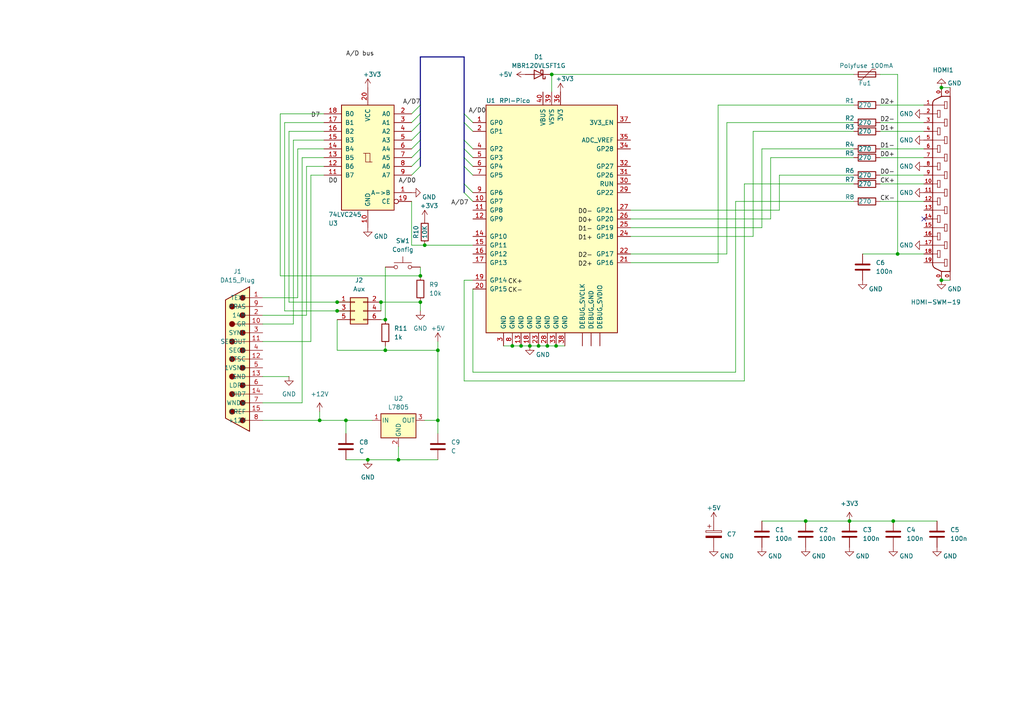
<source format=kicad_sch>
(kicad_sch (version 20231120) (generator "eeschema") (generator_version "8.0")
  (paper "A4")
  (title_block (title "A2DVI.v2.0"))
  (lib_symbols
    (symbol "74xx:74LS245" (pin_names (offset 1.016))
      (property "Reference" "U" (at -7.62 16.51 0))
      (property "Value" "74LS245" (at -7.62 -16.51 0))
      (symbol "74LS245_1_0"
        (polyline (pts (xy -0.635 -1.27) (xy -0.635 1.27) (xy 0.635 1.27)))
        (polyline (pts (xy -1.27 -1.27) (xy 0.635 -1.27) (xy 0.635 1.27) (xy 1.27 1.27)))
        (pin input line (at -12.7 -10.16 0) (length 5.08) (name "A->B") (number "1"))
        (pin power_in line (at 0 -20.32 90) (length 5.08) (name "GND") (number "10"))
        (pin tri_state line (at 12.7 -5.08 180) (length 5.08) (name "B7") (number "11"))
        (pin tri_state line (at 12.7 -2.54 180) (length 5.08) (name "B6") (number "12"))
        (pin tri_state line (at 12.7 0 180) (length 5.08) (name "B5") (number "13"))
        (pin tri_state line (at 12.7 2.54 180) (length 5.08) (name "B4") (number "14"))
        (pin tri_state line (at 12.7 5.08 180) (length 5.08) (name "B3") (number "15"))
        (pin tri_state line (at 12.7 7.62 180) (length 5.08) (name "B2") (number "16"))
        (pin tri_state line (at 12.7 10.16 180) (length 5.08) (name "B1") (number "17"))
        (pin tri_state line (at 12.7 12.7 180) (length 5.08) (name "B0") (number "18"))
        (pin input inverted (at -12.7 -12.7 0) (length 5.08) (name "CE") (number "19"))
        (pin tri_state line (at -12.7 12.7 0) (length 5.08) (name "A0") (number "2"))
        (pin power_in line (at 0 20.32 270) (length 5.08) (name "VCC") (number "20"))
        (pin tri_state line (at -12.7 10.16 0) (length 5.08) (name "A1") (number "3"))
        (pin tri_state line (at -12.7 7.62 0) (length 5.08) (name "A2") (number "4"))
        (pin tri_state line (at -12.7 5.08 0) (length 5.08) (name "A3") (number "5"))
        (pin tri_state line (at -12.7 2.54 0) (length 5.08) (name "A4") (number "6"))
        (pin tri_state line (at -12.7 0 0) (length 5.08) (name "A5") (number "7"))
        (pin tri_state line (at -12.7 -2.54 0) (length 5.08) (name "A6") (number "8"))
        (pin tri_state line (at -12.7 -5.08 0) (length 5.08) (name "A7") (number "9"))
      )
      (symbol "74LS245_1_1"
        (rectangle (start -7.62 15.24) (end 7.62 -15.24) (stroke (width 0.254)) (fill (type background)))
      )
    )
    (symbol "Connector:DA15_Plug" (pin_names (offset 1.016))
      (property "Reference" "J1" (at -0.3175 -25.4 0))
      (property "Value" "DA15_Plug" (at -0.3175 -22.86 0))
      (symbol "DA15_Plug_0_1"
        (circle (center -1.778 -17.78) (radius 0.762) (fill (type outline)))
        (circle (center -1.778 -12.7) (radius 0.762) (fill (type outline)))
        (circle (center -1.778 -7.62) (radius 0.762) (fill (type outline)))
        (circle (center -1.778 -2.54) (radius 0.762) (fill (type outline)))
        (circle (center -1.778 2.54) (radius 0.762) (fill (type outline)))
        (circle (center -1.778 7.62) (radius 0.762) (fill (type outline)))
        (circle (center -1.778 12.7) (radius 0.762) (fill (type outline)))
        (circle (center -1.778 17.78) (radius 0.762) (fill (type outline)))
        (polyline (pts (xy -3.81 -17.78) (xy -2.54 -17.78)))
        (polyline (pts (xy -3.81 -15.24) (xy 0.508 -15.24)))
        (polyline (pts (xy -3.81 -12.7) (xy -2.54 -12.7)))
        (polyline (pts (xy -3.81 -10.16) (xy 0.508 -10.16)))
        (polyline (pts (xy -3.81 -7.62) (xy -2.54 -7.62)))
        (polyline (pts (xy -3.81 -5.08) (xy 0.508 -5.08)))
        (polyline (pts (xy -3.81 -2.54) (xy -2.54 -2.54)))
        (polyline (pts (xy -3.81 0) (xy 0.508 0)))
        (polyline (pts (xy -3.81 2.54) (xy -2.54 2.54)))
        (polyline (pts (xy -3.81 5.08) (xy 0.508 5.08)))
        (polyline (pts (xy -3.81 7.62) (xy -2.54 7.62)))
        (polyline (pts (xy -3.81 10.16) (xy 0.508 10.16)))
        (polyline (pts (xy -3.81 12.7) (xy -2.54 12.7)))
        (polyline (pts (xy -3.81 15.24) (xy 0.508 15.24)))
        (polyline (pts (xy -3.81 17.78) (xy -2.54 17.78)))
        (polyline (pts (xy -3.81 -20.955) (xy 3.175 -17.145) (xy 3.175 17.145) (xy -3.81 20.955) (xy -3.81 -20.955)) (stroke (width 0.254)) (fill (type background)))
        (circle (center 1.27 -15.24) (radius 0.762) (fill (type outline)))
        (circle (center 1.27 -10.16) (radius 0.762) (fill (type outline)))
        (circle (center 1.27 -5.08) (radius 0.762) (fill (type outline)))
        (circle (center 1.27 0) (radius 0.762) (fill (type outline)))
        (circle (center 1.27 5.08) (radius 0.762) (fill (type outline)))
        (circle (center 1.27 10.16) (radius 0.762) (fill (type outline)))
        (circle (center 1.27 15.24) (radius 0.762) (fill (type outline)))
      )
      (symbol "DA15_Plug_1_1"
        (pin passive line (at -7.62 -17.78 0) (length 3.81) (name "TEXT") (number "1"))
        (pin passive line (at -7.62 -10.16 0) (length 3.81) (name "GR") (number "10"))
        (pin passive line (at -7.62 -5.08 0) (length 3.81) (name "SEROUT") (number "11"))
        (pin passive line (at -7.62 0 0) (length 3.81) (name "NTSC") (number "12"))
        (pin passive line (at -7.62 5.08 0) (length 3.81) (name "GND") (number "13"))
        (pin passive line (at -7.62 10.16 0) (length 3.81) (name "VID7") (number "14"))
        (pin passive line (at -7.62 15.24 0) (length 3.81) (name "CREF") (number "15"))
        (pin passive line (at -7.62 -12.7 0) (length 3.81) (name "14M") (number "2"))
        (pin passive line (at -7.62 -7.62 0) (length 3.81) (name "SYNC") (number "3"))
        (pin passive line (at -7.62 -2.54 0) (length 3.81) (name "SEGB") (number "4"))
        (pin passive line (at -7.62 2.54 0) (length 3.81) (name "1VSND") (number "5"))
        (pin passive line (at -7.62 7.62 0) (length 3.81) (name "LDPS") (number "6"))
        (pin passive line (at -7.62 12.7 0) (length 3.81) (name "WNDW") (number "7"))
        (pin passive line (at -7.62 17.78 0) (length 3.81) (name "+12V") (number "8"))
        (pin passive line (at -7.62 -15.24 0) (length 3.81) (name "PRAS") (number "9"))
      )
    )
    (symbol "Connector_Generic:Conn_02x03_Odd_Even" (pin_names (offset 1.016) hide)
      (property "Reference" "J" (at 1.27 5.08 0))
      (property "Value" "Conn_02x03_Odd_Even" (at 1.27 -5.08 0))
      (symbol "Conn_02x03_Odd_Even_1_1"
        (rectangle (start -1.27 -2.413) (end 0 -2.667) (stroke (width 0.1524)))
        (rectangle (start -1.27 0.127) (end 0 -0.127) (stroke (width 0.1524)))
        (rectangle (start -1.27 2.667) (end 0 2.413) (stroke (width 0.1524)))
        (rectangle (start -1.27 3.81) (end 3.81 -3.81) (stroke (width 0.254)) (fill (type background)))
        (rectangle (start 3.81 -2.413) (end 2.54 -2.667) (stroke (width 0.1524)))
        (rectangle (start 3.81 0.127) (end 2.54 -0.127) (stroke (width 0.1524)))
        (rectangle (start 3.81 2.667) (end 2.54 2.413) (stroke (width 0.1524)))
        (pin passive line (at -5.08 2.54 0) (length 3.81) (name "Pin_1") (number "1"))
        (pin passive line (at 7.62 2.54 180) (length 3.81) (name "Pin_2") (number "2"))
        (pin passive line (at -5.08 0 0) (length 3.81) (name "Pin_3") (number "3"))
        (pin passive line (at 7.62 0 180) (length 3.81) (name "Pin_4") (number "4"))
        (pin passive line (at -5.08 -2.54 0) (length 3.81) (name "Pin_5") (number "5"))
        (pin passive line (at 7.62 -2.54 180) (length 3.81) (name "Pin_6") (number "6"))
      )
    )
    (symbol "Device:C" (pin_numbers hide) (pin_names (offset 0.254))
      (property "Reference" "C" (at 0.635 2.54 0))
      (property "Value" "C" (at 0.635 -2.54 0))
      (symbol "C_0_1"
        (polyline (pts (xy -2.032 -0.762) (xy 2.032 -0.762)) (stroke (width 0.508)))
        (polyline (pts (xy -2.032 0.762) (xy 2.032 0.762)) (stroke (width 0.508)))
      )
      (symbol "C_1_1"
        (pin passive line (at 0 3.81 270) (length 2.794) (name "~") (number "1"))
        (pin passive line (at 0 -3.81 90) (length 2.794) (name "~") (number "2"))
      )
    )
    (symbol "Device:C_Polarized" (pin_numbers hide) (pin_names (offset 0.254))
      (property "Reference" "C" (at 0.635 2.54 0))
      (property "Value" "C_Polarized" (at 0.635 -2.54 0))
      (symbol "C_Polarized_0_1"
        (rectangle (start -2.286 0.508) (end 2.286 1.016))
        (polyline (pts (xy -1.778 2.286) (xy -0.762 2.286)))
        (polyline (pts (xy -1.27 2.794) (xy -1.27 1.778)))
        (rectangle (start 2.286 -0.508) (end -2.286 -1.016) (fill (type outline)))
      )
      (symbol "C_Polarized_1_1"
        (pin passive line (at 0 3.81 270) (length 2.794) (name "~") (number "1"))
        (pin passive line (at 0 -3.81 90) (length 2.794) (name "~") (number "2"))
      )
    )
    (symbol "Device:Polyfuse" (pin_numbers hide) (pin_names (offset 0))
      (property "Reference" "F" (at -2.54 0 90))
      (property "Value" "Polyfuse" (at 2.54 0 90))
      (symbol "Polyfuse_0_1"
        (rectangle (start -0.762 2.54) (end 0.762 -2.54) (stroke (width 0.254)))
        (polyline (pts (xy 0 2.54) (xy 0 -2.54)))
        (polyline (pts (xy -1.524 2.54) (xy -1.524 1.524) (xy 1.524 -1.524) (xy 1.524 -2.54)))
      )
      (symbol "Polyfuse_1_1"
        (pin passive line (at 0 3.81 270) (length 1.27) (name "~") (number "1"))
        (pin passive line (at 0 -3.81 90) (length 1.27) (name "~") (number "2"))
      )
    )
    (symbol "Device:R" (pin_numbers hide) (pin_names (offset 0))
      (property "Reference" "R" (at 2.032 0 90))
      (property "Value" "R" (at 0 0 90))
      (symbol "R_0_1"
        (rectangle (start -1.016 -2.54) (end 1.016 2.54) (stroke (width 0.254)))
      )
      (symbol "R_1_1"
        (pin passive line (at 0 3.81 270) (length 1.27) (name "~") (number "1"))
        (pin passive line (at 0 -3.81 90) (length 1.27) (name "~") (number "2"))
      )
    )
    (symbol "Diode:1N6857" (pin_numbers hide) (pin_names (offset 1.016) hide)
      (property "Reference" "D" (at 0 2.54 0))
      (property "Value" "1N6857" (at 0 -2.54 0))
      (symbol "1N6857_0_1"
        (polyline (pts (xy 1.27 0) (xy -1.27 0)))
        (polyline (pts (xy 1.27 1.27) (xy 1.27 -1.27) (xy -1.27 0) (xy 1.27 1.27)) (stroke (width 0.254)))
        (polyline (pts (xy -1.905 0.635) (xy -1.905 1.27) (xy -1.27 1.27) (xy -1.27 -1.27) (xy -0.635 -1.27) (xy -0.635 -0.635)) (stroke (width 0.254)))
      )
      (symbol "1N6857_1_1"
        (pin passive line (at -3.81 0 0) (length 2.54) (name "K") (number "1"))
        (pin passive line (at 3.81 0 180) (length 2.54) (name "A") (number "2"))
      )
    )
    (symbol "GND_1" (power) (pin_numbers hide) (pin_names (offset 0) hide)
      (property "Value" "GND" (at 0 -3.81 0))
      (symbol "GND_1_0_1"
        (polyline (pts (xy 0 0) (xy 0 -1.27) (xy 1.27 -1.27) (xy 0 -2.54) (xy -1.27 -1.27) (xy 0 -1.27)))
      )
      (symbol "GND_1_1_1"
        (pin power_in line (at 0 0 270) (length 0) (name "~") (number "1"))
      )
    )
    (symbol "MCU_Microchip_PIC16:RPI-Pico" (pin_names (offset 1.016))
      (property "Reference" "U" (at 6.35 35.56 0))
      (property "Value" "RPI-Pico" (at 6.35 33.02 0))
      (symbol "RPI-Pico_0_1"
        (rectangle (start -19.05 -34.29) (end 19.05 31.75) (stroke (width 0.254)) (fill (type background)))
      )
      (symbol "RPI-Pico_1_1"
        (pin power_in line (at 11.43 -38.1 90) (length 3.81) (name "DEBUG_GND") (number ""))
        (pin bidirectional line (at 8.89 -38.1 90) (length 3.81) (name "DEBUG_SVCLK") (number ""))
        (pin bidirectional line (at 13.97 -38.1 90) (length 3.81) (name "DEBUG_SVDIO") (number ""))
        (pin bidirectional line (at -22.86 26.67 0) (length 3.81) (name "GP0") (number "1"))
        (pin bidirectional line (at -22.86 3.81 0) (length 3.81) (name "GP7") (number "10"))
        (pin bidirectional line (at -22.86 1.27 0) (length 3.81) (name "GP8") (number "11"))
        (pin bidirectional line (at -22.86 -1.27 0) (length 3.81) (name "GP9") (number "12"))
        (pin power_in line (at -8.89 -38.1 90) (length 3.81) (name "GND") (number "13"))
        (pin bidirectional line (at -22.86 -6.35 0) (length 3.81) (name "GP10") (number "14"))
        (pin bidirectional line (at -22.86 -8.89 0) (length 3.81) (name "GP11") (number "15"))
        (pin bidirectional line (at -22.86 -11.43 0) (length 3.81) (name "GP12") (number "16"))
        (pin bidirectional line (at -22.86 -13.97 0) (length 3.81) (name "GP13") (number "17"))
        (pin power_in line (at -6.35 -38.1 90) (length 3.81) (name "GND") (number "18"))
        (pin bidirectional line (at -22.86 -19.05 0) (length 3.81) (name "GP14") (number "19"))
        (pin bidirectional line (at -22.86 24.13 0) (length 3.81) (name "GP1") (number "2"))
        (pin bidirectional line (at -22.86 -21.59 0) (length 3.81) (name "GP15") (number "20"))
        (pin bidirectional line (at 22.86 -13.97 180) (length 3.81) (name "GP16") (number "21"))
        (pin bidirectional line (at 22.86 -11.43 180) (length 3.81) (name "GP17") (number "22"))
        (pin power_in line (at -3.81 -38.1 90) (length 3.81) (name "GND") (number "23"))
        (pin bidirectional line (at 22.86 -6.35 180) (length 3.81) (name "GP18") (number "24"))
        (pin bidirectional line (at 22.86 -3.81 180) (length 3.81) (name "GP19") (number "25"))
        (pin bidirectional line (at 22.86 -1.27 180) (length 3.81) (name "GP20") (number "26"))
        (pin bidirectional line (at 22.86 1.27 180) (length 3.81) (name "GP21") (number "27"))
        (pin power_in line (at -1.27 -38.1 90) (length 3.81) (name "GND") (number "28"))
        (pin bidirectional line (at 22.86 6.35 180) (length 3.81) (name "GP22") (number "29"))
        (pin power_in line (at -13.97 -38.1 90) (length 3.81) (name "GND") (number "3"))
        (pin bidirectional line (at 22.86 8.89 180) (length 3.81) (name "RUN") (number "30"))
        (pin bidirectional line (at 22.86 11.43 180) (length 3.81) (name "GP26") (number "31"))
        (pin bidirectional line (at 22.86 13.97 180) (length 3.81) (name "GP27") (number "32"))
        (pin power_in line (at 1.27 -38.1 90) (length 3.81) (name "GND") (number "33"))
        (pin bidirectional line (at 22.86 19.05 180) (length 3.81) (name "GP28") (number "34"))
        (pin bidirectional line (at 22.86 21.59 180) (length 3.81) (name "ADC_VREF") (number "35"))
        (pin power_in line (at 2.54 35.56 270) (length 3.81) (name "3V3") (number "36"))
        (pin bidirectional line (at 22.86 26.67 180) (length 3.81) (name "3V3_EN") (number "37"))
        (pin power_in line (at 3.81 -38.1 90) (length 3.81) (name "GND") (number "38"))
        (pin power_in line (at 0 35.56 270) (length 3.81) (name "VSYS") (number "39"))
        (pin bidirectional line (at -22.86 19.05 0) (length 3.81) (name "GP2") (number "4"))
        (pin power_in line (at -2.54 35.56 270) (length 3.81) (name "VBUS") (number "40"))
        (pin bidirectional line (at -22.86 16.51 0) (length 3.81) (name "GP3") (number "5"))
        (pin bidirectional line (at -22.86 13.97 0) (length 3.81) (name "GP4") (number "6"))
        (pin bidirectional line (at -22.86 11.43 0) (length 3.81) (name "GP5") (number "7"))
        (pin power_in line (at -11.43 -38.1 90) (length 3.81) (name "GND") (number "8"))
        (pin bidirectional line (at -22.86 6.35 0) (length 3.81) (name "GP6") (number "9"))
      )
    )
    (symbol "Neo6502_Rev_B:GND" (power) (pin_names (offset 0))
      (property "Value" "GND" (at 0 -3.81 0))
      (symbol "GND_0_1"
        (polyline (pts (xy 0 0) (xy 0 -1.27) (xy 1.27 -1.27) (xy 0 -2.54) (xy -1.27 -1.27) (xy 0 -1.27)))
      )
      (symbol "GND_1_1"
        (pin power_in line (at 0 0 270) (length 0) hide (name "GND") (number "1"))
      )
    )
    (symbol "Neo6502_Rev_B:HDMI-SWM-19" (pin_names (offset 1.016) hide)
      (property "Reference" "HDMI" (at 2.54 25.4 0))
      (property "Value" "HDMI-SWM-19" (at 2.54 -27.94 0))
      (symbol "HDMI-SWM-19_1_0"
        (polyline (pts (xy -2.54 -25.4) (xy -0.2794 -25.4)) (stroke (width 0.254)))
        (polyline (pts (xy -2.54 25.4) (xy -2.54 -25.4)) (stroke (width 0.254)))
        (polyline (pts (xy -1.651 -23.876) (xy -1.651 -21.844)))
        (polyline (pts (xy -1.651 -21.844) (xy -0.889 -21.844)))
        (polyline (pts (xy -1.651 -18.796) (xy -1.651 -16.764)))
        (polyline (pts (xy -1.651 -16.764) (xy -0.889 -16.764)))
        (polyline (pts (xy -1.651 -13.716) (xy -1.651 -11.684)))
        (polyline (pts (xy -1.651 -11.684) (xy -0.889 -11.684)))
        (polyline (pts (xy -1.651 -8.636) (xy -1.651 -6.604)))
        (polyline (pts (xy -1.651 -6.604) (xy -0.889 -6.604)))
        (polyline (pts (xy -1.651 -3.556) (xy -1.651 -1.524)))
        (polyline (pts (xy -1.651 -1.524) (xy -0.889 -1.524)))
        (polyline (pts (xy -1.651 1.524) (xy -1.651 3.556)))
        (polyline (pts (xy -1.651 3.556) (xy -0.889 3.556)))
        (polyline (pts (xy -1.651 6.604) (xy -1.651 8.636)))
        (polyline (pts (xy -1.651 8.636) (xy -0.889 8.636)))
        (polyline (pts (xy -1.651 11.684) (xy -1.651 13.716)))
        (polyline (pts (xy -1.651 13.716) (xy -0.889 13.716)))
        (polyline (pts (xy -1.651 16.764) (xy -1.651 18.796)))
        (polyline (pts (xy -1.651 18.796) (xy -0.889 18.796)))
        (polyline (pts (xy -1.651 21.844) (xy -1.651 23.876)))
        (polyline (pts (xy -1.651 23.876) (xy -0.889 23.876)))
        (polyline (pts (xy -0.889 -23.876) (xy -1.651 -23.876)))
        (polyline (pts (xy -0.889 -22.86) (xy -0.889 -23.876)))
        (polyline (pts (xy -0.889 -21.844) (xy -0.889 -22.86)))
        (polyline (pts (xy -0.889 -18.796) (xy -1.651 -18.796)))
        (polyline (pts (xy -0.889 -17.78) (xy -0.889 -18.796)))
        (polyline (pts (xy -0.889 -16.764) (xy -0.889 -17.78)))
        (polyline (pts (xy -0.889 -13.716) (xy -1.651 -13.716)))
        (polyline (pts (xy -0.889 -12.7) (xy -0.889 -13.716)))
        (polyline (pts (xy -0.889 -11.684) (xy -0.889 -12.7)))
        (polyline (pts (xy -0.889 -8.636) (xy -1.651 -8.636)))
        (polyline (pts (xy -0.889 -7.62) (xy -0.889 -8.636)))
        (polyline (pts (xy -0.889 -6.604) (xy -0.889 -7.62)))
        (polyline (pts (xy -0.889 -3.556) (xy -1.651 -3.556)))
        (polyline (pts (xy -0.889 -2.54) (xy -0.889 -3.556)))
        (polyline (pts (xy -0.889 -1.524) (xy -0.889 -2.54)))
        (polyline (pts (xy -0.889 1.524) (xy -1.651 1.524)))
        (polyline (pts (xy -0.889 2.54) (xy -0.889 1.524)))
        (polyline (pts (xy -0.889 3.556) (xy -0.889 2.54)))
        (polyline (pts (xy -0.889 6.604) (xy -1.651 6.604)))
        (polyline (pts (xy -0.889 7.62) (xy -0.889 6.604)))
        (polyline (pts (xy -0.889 8.636) (xy -0.889 7.62)))
        (polyline (pts (xy -0.889 11.684) (xy -1.651 11.684)))
        (polyline (pts (xy -0.889 12.7) (xy -0.889 11.684)))
        (polyline (pts (xy -0.889 13.716) (xy -0.889 12.7)))
        (polyline (pts (xy -0.889 16.764) (xy -1.651 16.764)))
        (polyline (pts (xy -0.889 17.78) (xy -0.889 16.764)))
        (polyline (pts (xy -0.889 18.796) (xy -0.889 17.78)))
        (polyline (pts (xy -0.889 21.844) (xy -1.651 21.844)))
        (polyline (pts (xy -0.889 22.86) (xy -0.889 21.844)))
        (polyline (pts (xy -0.889 23.876) (xy -0.889 22.86)))
        (polyline (pts (xy -0.2794 25.4) (xy -2.54 25.4)) (stroke (width 0.254)))
        (polyline (pts (xy 0.254 -25.2476) (xy 1.8288 -24.4602)) (stroke (width 0.254)))
        (polyline (pts (xy 0.381 -21.336) (xy 0.381 -19.304)))
        (polyline (pts (xy 0.381 -19.304) (xy 1.143 -19.304)))
        (polyline (pts (xy 0.381 -16.256) (xy 0.381 -14.224)))
        (polyline (pts (xy 0.381 -14.224) (xy 1.143 -14.224)))
        (polyline (pts (xy 0.381 -11.176) (xy 0.381 -9.144)))
        (polyline (pts (xy 0.381 -9.144) (xy 1.143 -9.144)))
        (polyline (pts (xy 0.381 -6.096) (xy 0.381 -4.064)))
        (polyline (pts (xy 0.381 -4.064) (xy 1.143 -4.064)))
        (polyline (pts (xy 0.381 -1.016) (xy 0.381 1.016)))
        (polyline (pts (xy 0.381 1.016) (xy 1.143 1.016)))
        (polyline (pts (xy 0.381 4.064) (xy 0.381 6.096)))
        (polyline (pts (xy 0.381 6.096) (xy 1.143 6.096)))
        (polyline (pts (xy 0.381 9.144) (xy 0.381 11.176)))
        (polyline (pts (xy 0.381 11.176) (xy 1.143 11.176)))
        (polyline (pts (xy 0.381 14.224) (xy 0.381 16.256)))
        (polyline (pts (xy 0.381 16.256) (xy 1.143 16.256)))
        (polyline (pts (xy 0.381 19.304) (xy 0.381 21.336)))
        (polyline (pts (xy 0.381 21.336) (xy 1.143 21.336)))
        (polyline (pts (xy 1.143 -21.336) (xy 0.381 -21.336)))
        (polyline (pts (xy 1.143 -20.32) (xy 1.143 -21.336)))
        (polyline (pts (xy 1.143 -19.304) (xy 1.143 -20.32)))
        (polyline (pts (xy 1.143 -16.256) (xy 0.381 -16.256)))
        (polyline (pts (xy 1.143 -15.24) (xy 1.143 -16.256)))
        (polyline (pts (xy 1.143 -14.224) (xy 1.143 -15.24)))
        (polyline (pts (xy 1.143 -11.176) (xy 0.381 -11.176)))
        (polyline (pts (xy 1.143 -10.16) (xy 1.143 -11.176)))
        (polyline (pts (xy 1.143 -9.144) (xy 1.143 -10.16)))
        (polyline (pts (xy 1.143 -6.096) (xy 0.381 -6.096)))
        (polyline (pts (xy 1.143 -5.08) (xy 1.143 -6.096)))
        (polyline (pts (xy 1.143 -4.064) (xy 1.143 -5.08)))
        (polyline (pts (xy 1.143 -1.016) (xy 0.381 -1.016)))
        (polyline (pts (xy 1.143 0) (xy 1.143 -1.016)))
        (polyline (pts (xy 1.143 1.016) (xy 1.143 0)))
        (polyline (pts (xy 1.143 4.064) (xy 0.381 4.064)))
        (polyline (pts (xy 1.143 5.08) (xy 1.143 4.064)))
        (polyline (pts (xy 1.143 6.096) (xy 1.143 5.08)))
        (polyline (pts (xy 1.143 9.144) (xy 0.381 9.144)))
        (polyline (pts (xy 1.143 10.16) (xy 1.143 9.144)))
        (polyline (pts (xy 1.143 11.176) (xy 1.143 10.16)))
        (polyline (pts (xy 1.143 14.224) (xy 0.381 14.224)))
        (polyline (pts (xy 1.143 15.24) (xy 1.143 14.224)))
        (polyline (pts (xy 1.143 16.256) (xy 1.143 15.24)))
        (polyline (pts (xy 1.143 19.304) (xy 0.381 19.304)))
        (polyline (pts (xy 1.143 20.32) (xy 1.143 19.304)))
        (polyline (pts (xy 1.143 21.336) (xy 1.143 20.32)))
        (polyline (pts (xy 1.8288 24.4602) (xy 0.254 25.2476)) (stroke (width 0.254)))
        (polyline (pts (xy 2.54 -23.3426) (xy 2.54 -22.86)) (stroke (width 0.254)))
        (polyline (pts (xy 2.54 -22.86) (xy -0.889 -22.86)))
        (polyline (pts (xy 2.54 -22.86) (xy 2.54 -20.32)) (stroke (width 0.254)))
        (polyline (pts (xy 2.54 -20.32) (xy 1.143 -20.32)))
        (polyline (pts (xy 2.54 -20.32) (xy 2.54 -17.78)) (stroke (width 0.254)))
        (polyline (pts (xy 2.54 -17.78) (xy -0.889 -17.78)))
        (polyline (pts (xy 2.54 -17.78) (xy 2.54 -15.24)) (stroke (width 0.254)))
        (polyline (pts (xy 2.54 -15.24) (xy 1.143 -15.24)))
        (polyline (pts (xy 2.54 -15.24) (xy 2.54 -12.7)) (stroke (width 0.254)))
        (polyline (pts (xy 2.54 -12.7) (xy -0.889 -12.7)))
        (polyline (pts (xy 2.54 -12.7) (xy 2.54 -10.16)) (stroke (width 0.254)))
        (polyline (pts (xy 2.54 -10.16) (xy 1.143 -10.16)))
        (polyline (pts (xy 2.54 -10.16) (xy 2.54 -7.62)) (stroke (width 0.254)))
        (polyline (pts (xy 2.54 -7.62) (xy -0.889 -7.62)))
        (polyline (pts (xy 2.54 -7.62) (xy 2.54 -5.08)) (stroke (width 0.254)))
        (polyline (pts (xy 2.54 -5.08) (xy 1.143 -5.08)))
        (polyline (pts (xy 2.54 -5.08) (xy 2.54 -2.54)) (stroke (width 0.254)))
        (polyline (pts (xy 2.54 -2.54) (xy -0.889 -2.54)))
        (polyline (pts (xy 2.54 -2.54) (xy 2.54 0)) (stroke (width 0.254)))
        (polyline (pts (xy 2.54 0) (xy 1.143 0)))
        (polyline (pts (xy 2.54 0) (xy 2.54 2.54)) (stroke (width 0.254)))
        (polyline (pts (xy 2.54 2.54) (xy -0.889 2.54)))
        (polyline (pts (xy 2.54 2.54) (xy 2.54 5.08)) (stroke (width 0.254)))
        (polyline (pts (xy 2.54 5.08) (xy 1.143 5.08)))
        (polyline (pts (xy 2.54 5.08) (xy 2.54 7.62)) (stroke (width 0.254)))
        (polyline (pts (xy 2.54 7.62) (xy -0.889 7.62)))
        (polyline (pts (xy 2.54 7.62) (xy 2.54 10.16)) (stroke (width 0.254)))
        (polyline (pts (xy 2.54 10.16) (xy 1.143 10.16)))
        (polyline (pts (xy 2.54 10.16) (xy 2.54 12.7)) (stroke (width 0.254)))
        (polyline (pts (xy 2.54 12.7) (xy -0.889 12.7)))
        (polyline (pts (xy 2.54 12.7) (xy 2.54 15.24)) (stroke (width 0.254)))
        (polyline (pts (xy 2.54 15.24) (xy 1.143 15.24)))
        (polyline (pts (xy 2.54 15.24) (xy 2.54 17.78)) (stroke (width 0.254)))
        (polyline (pts (xy 2.54 17.78) (xy -0.889 17.78)))
        (polyline (pts (xy 2.54 17.78) (xy 2.54 20.32)) (stroke (width 0.254)))
        (polyline (pts (xy 2.54 20.32) (xy 1.143 20.32)))
        (polyline (pts (xy 2.54 20.32) (xy 2.54 22.86)) (stroke (width 0.254)))
        (polyline (pts (xy 2.54 22.86) (xy -0.889 22.86)))
        (polyline (pts (xy 2.54 22.86) (xy 2.54 23.3426)) (stroke (width 0.254)))
      )
      (symbol "HDMI-SWM-19_1_1"
        (arc (start -0.2794 -25.4) (mid 0.001 -25.3687) (end 0.254 -25.2476) (stroke (width 0.254)))
        (arc (start 0.254 25.2476) (mid -0.006 25.3378) (end -0.2794 25.4) (stroke (width 0.254)))
        (arc (start 1.8288 -24.4602) (mid 2.3329 -23.9995) (end 2.54 -23.3426) (stroke (width 0.254)))
        (arc (start 2.54 23.3426) (mid 2.3503 24.0103) (end 1.8288 24.4602) (stroke (width 0.254)))
        (pin input line (at 0 27.94 270) (length 2.54) (name "20") (number "0"))
        (pin input line (at -2.54 27.94 270) (length 2.54) (name "21") (number "0"))
        (pin input line (at 0 -27.94 90) (length 2.54) (name "22") (number "0"))
        (pin input line (at -2.54 -27.94 90) (length 2.54) (name "23") (number "0"))
        (pin input line (at 5.08 22.86 180) (length 2.54) (name "1") (number "1"))
        (pin input line (at 5.08 0 180) (length 2.54) (name "10") (number "10"))
        (pin input line (at 5.08 -2.54 180) (length 2.54) (name "11") (number "11"))
        (pin input line (at 5.08 -5.08 180) (length 2.54) (name "12") (number "12"))
        (pin input line (at 5.08 -7.62 180) (length 2.54) (name "13") (number "13"))
        (pin input line (at 5.08 -10.16 180) (length 2.54) (name "14") (number "14"))
        (pin input line (at 5.08 -12.7 180) (length 2.54) (name "15") (number "15"))
        (pin input line (at 5.08 -15.24 180) (length 2.54) (name "16") (number "16"))
        (pin input line (at 5.08 -17.78 180) (length 2.54) (name "17") (number "17"))
        (pin input line (at 5.08 -20.32 180) (length 2.54) (name "18") (number "18"))
        (pin input line (at 5.08 -22.86 180) (length 2.54) (name "19") (number "19"))
        (pin input line (at 5.08 20.32 180) (length 2.54) (name "2") (number "2"))
        (pin input line (at 5.08 17.78 180) (length 2.54) (name "3") (number "3"))
        (pin input line (at 5.08 15.24 180) (length 2.54) (name "4") (number "4"))
        (pin input line (at 5.08 12.7 180) (length 2.54) (name "5") (number "5"))
        (pin input line (at 5.08 10.16 180) (length 2.54) (name "6") (number "6"))
        (pin input line (at 5.08 7.62 180) (length 2.54) (name "7") (number "7"))
        (pin input line (at 5.08 5.08 180) (length 2.54) (name "8") (number "8"))
        (pin input line (at 5.08 2.54 180) (length 2.54) (name "9") (number "9"))
      )
    )
    (symbol "Neo6502_Rev_B:R" (pin_numbers hide) (pin_names (offset 0))
      (property "Reference" "R" (at 0 2.032 0))
      (property "Value" "R" (at 0 0 0))
      (symbol "R_0_1"
        (rectangle (start 2.54 -1.016) (end -2.54 1.016) (stroke (width 0.254)))
      )
      (symbol "R_1_1"
        (pin passive line (at -3.81 0 0) (length 1.27) (name "~") (number "1"))
        (pin passive line (at 3.81 0 180) (length 1.27) (name "~") (number "2"))
      )
    )
    (symbol "Regulator_Linear:L7805" (pin_names (offset 0.254))
      (property "Reference" "U" (at -3.81 3.175 0))
      (property "Value" "L7805" (at 0 3.175 0))
      (symbol "L7805_0_1"
        (rectangle (start -5.08 1.905) (end 5.08 -5.08) (stroke (width 0.254)) (fill (type background)))
      )
      (symbol "L7805_1_1"
        (pin power_in line (at -7.62 0 0) (length 2.54) (name "IN") (number "1"))
        (pin power_in line (at 0 -7.62 90) (length 2.54) (name "GND") (number "2"))
        (pin power_out line (at 7.62 0 180) (length 2.54) (name "OUT") (number "3"))
      )
    )
    (symbol "Switch:SW_Push" (pin_numbers hide) (pin_names (offset 1.016) hide)
      (property "Reference" "SW" (at 1.27 2.54 0))
      (property "Value" "SW_Push" (at 0 -1.524 0))
      (symbol "SW_Push_0_1"
        (circle (center -2.032 0) (radius 0.508))
        (polyline (pts (xy 0 1.27) (xy 0 3.048)))
        (polyline (pts (xy 2.54 1.27) (xy -2.54 1.27)))
        (circle (center 2.032 0) (radius 0.508))
        (pin passive line (at -5.08 0 0) (length 2.54) (name "1") (number "1"))
        (pin passive line (at 5.08 0 180) (length 2.54) (name "2") (number "2"))
      )
    )
    (symbol "power:+12V" (power) (pin_numbers hide) (pin_names (offset 0) hide)
      (property "Value" "+12V" (at 0 3.556 0))
      (symbol "+12V_0_1"
        (polyline (pts (xy -0.762 1.27) (xy 0 2.54)))
        (polyline (pts (xy 0 0) (xy 0 2.54)))
        (polyline (pts (xy 0 2.54) (xy 0.762 1.27)))
      )
      (symbol "+12V_1_1"
        (pin power_in line (at 0 0 90) (length 0) (name "~") (number "1"))
      )
    )
    (symbol "power:+3V3" (power) (pin_names (offset 0))
      (property "Value" "+3V3" (at 0 3.556 0))
      (symbol "+3V3_0_1"
        (polyline (pts (xy -0.762 1.27) (xy 0 2.54)))
        (polyline (pts (xy 0 0) (xy 0 2.54)))
        (polyline (pts (xy 0 2.54) (xy 0.762 1.27)))
      )
      (symbol "+3V3_1_1"
        (pin power_in line (at 0 0 90) (length 0) hide (name "+3V3") (number "1"))
      )
    )
    (symbol "power:+5V" (power) (pin_names (offset 0))
      (property "Value" "+5V" (at 0 3.556 0))
      (symbol "+5V_0_1"
        (polyline (pts (xy -0.762 1.27) (xy 0 2.54)))
        (polyline (pts (xy 0 0) (xy 0 2.54)))
        (polyline (pts (xy 0 2.54) (xy 0.762 1.27)))
      )
      (symbol "+5V_1_1"
        (pin power_in line (at 0 0 90) (length 0) hide (name "+5V") (number "1"))
      )
    )
    (symbol "power:GND" (power) (pin_names (offset 0))
      (property "Value" "GND" (at 0 -3.81 0))
      (symbol "GND_0_1"
        (polyline (pts (xy 0 0) (xy 0 -1.27) (xy 1.27 -1.27) (xy 0 -2.54) (xy -1.27 -1.27) (xy 0 -1.27)))
      )
      (symbol "GND_1_1"
        (pin power_in line (at 0 0 270) (length 0) hide (name "GND") (number "1"))
      )
    )
  )
  (junction (at 127 101.6))
  (junction (at 97.79 87.63))
  (junction (at 92.71 121.92))
  (junction (at 273.05 81.28))
  (junction (at 158.75 100.33))
  (junction (at 106.68 133.35))
  (junction (at 148.59 100.33))
  (junction (at 110.49 87.63))
  (junction (at 97.79 90.17))
  (junction (at 233.68 151.13))
  (junction (at 246.38 151.13))
  (junction (at 153.67 100.33))
  (junction (at 121.92 87.63))
  (junction (at 111.76 101.6))
  (junction (at 161.29 100.33))
  (junction (at 121.92 80.01))
  (junction (at 151.13 100.33))
  (junction (at 156.21 100.33))
  (junction (at 260.35 73.66))
  (junction (at 115.57 133.35))
  (junction (at 111.76 92.71))
  (junction (at 127 121.92))
  (junction (at 123.19 71.12))
  (junction (at 273.05 25.4))
  (junction (at 259.08 151.13))
  (junction (at 100.33 121.92))
  (junction (at 160.02 21.59))
  (no_connect (at 267.97 63.5))
  (bus_entry (at 119.38 43.18) (size 2.54 -2.54))
  (bus_entry (at 119.38 40.64) (size 2.54 -2.54))
  (bus_entry (at 119.38 38.1) (size 2.54 -2.54))
  (bus_entry (at 119.38 35.56) (size 2.54 -2.54))
  (bus_entry (at 119.38 33.02) (size 2.54 -2.54))
  (bus_entry (at 119.38 45.72) (size 2.54 -2.54))
  (bus_entry (at 119.38 48.26) (size 2.54 -2.54))
  (bus_entry (at 119.38 50.8) (size 2.54 -2.54))
  (bus_entry (at 134.62 33.02) (size 2.54 2.54))
  (bus_entry (at 134.62 35.56) (size 2.54 2.54))
  (bus_entry (at 134.62 40.64) (size 2.54 2.54))
  (bus_entry (at 134.62 43.18) (size 2.54 2.54))
  (bus_entry (at 134.62 45.72) (size 2.54 2.54))
  (bus_entry (at 134.62 55.88) (size 2.54 2.54))
  (bus_entry (at 134.62 48.26) (size 2.54 2.54))
  (bus_entry (at 134.62 53.34) (size 2.54 2.54))
  (wire (pts (xy 137.16 83.82) (xy 137.16 107.95)))
  (wire (pts (xy 208.28 30.48) (xy 208.28 76.2)))
  (wire (pts (xy 87.63 45.72) (xy 93.98 45.72)))
  (wire (pts (xy 210.82 35.56) (xy 247.65 35.56)))
  (wire (pts (xy 101.6 90.17) (xy 97.79 90.17)))
  (wire (pts (xy 121.92 77.47) (xy 121.92 80.01)))
  (wire (pts (xy 267.97 45.72) (xy 255.27 45.72)))
  (wire (pts (xy 76.2 99.06) (xy 90.17 99.06)))
  (wire (pts (xy 247.65 50.8) (xy 226.06 50.8)))
  (wire (pts (xy 247.65 43.18) (xy 220.98 43.18)))
  (wire (pts (xy 182.88 76.2) (xy 208.28 76.2)))
  (wire (pts (xy 97.79 87.63) (xy 83.82 87.63)))
  (wire (pts (xy 83.82 38.1) (xy 93.98 38.1)))
  (wire (pts (xy 97.79 101.6) (xy 97.79 92.71)))
  (bus (pts (xy 134.62 48.26) (xy 134.62 53.34)))
  (bus (pts (xy 134.62 40.64) (xy 134.62 43.18)))
  (wire (pts (xy 85.09 40.64) (xy 93.98 40.64)))
  (wire (pts (xy 267.97 35.56) (xy 255.27 35.56)))
  (wire (pts (xy 111.76 92.71) (xy 110.49 92.71)))
  (bus (pts (xy 121.92 16.51) (xy 134.62 16.51)))
  (wire (pts (xy 134.62 81.28) (xy 134.62 110.49)))
  (wire (pts (xy 76.2 116.84) (xy 87.63 116.84)))
  (wire (pts (xy 119.38 71.12) (xy 123.19 71.12)))
  (wire (pts (xy 111.76 101.6) (xy 127 101.6)))
  (wire (pts (xy 182.88 63.5) (xy 223.52 63.5)))
  (bus (pts (xy 121.92 30.48) (xy 121.92 33.02)))
  (wire (pts (xy 111.76 100.33) (xy 111.76 101.6)))
  (wire (pts (xy 86.36 43.18) (xy 93.98 43.18)))
  (wire (pts (xy 88.9 91.44) (xy 76.2 91.44)))
  (wire (pts (xy 100.33 125.73) (xy 100.33 121.92)))
  (wire (pts (xy 220.98 151.13) (xy 233.68 151.13)))
  (wire (pts (xy 121.92 80.01) (xy 81.28 80.01)))
  (wire (pts (xy 267.97 53.34) (xy 255.27 53.34)))
  (wire (pts (xy 87.63 116.84) (xy 87.63 45.72)))
  (wire (pts (xy 110.49 87.63) (xy 121.92 87.63)))
  (bus (pts (xy 121.92 38.1) (xy 121.92 40.64)))
  (wire (pts (xy 111.76 77.47) (xy 111.76 92.71)))
  (wire (pts (xy 275.59 81.28) (xy 273.05 81.28)))
  (bus (pts (xy 134.62 53.34) (xy 134.62 55.88)))
  (wire (pts (xy 259.08 151.13) (xy 271.78 151.13)))
  (wire (pts (xy 127 121.92) (xy 127 125.73)))
  (wire (pts (xy 233.68 151.13) (xy 246.38 151.13)))
  (wire (pts (xy 100.33 133.35) (xy 106.68 133.35)))
  (wire (pts (xy 246.38 151.13) (xy 259.08 151.13)))
  (wire (pts (xy 182.88 68.58) (xy 218.44 68.58)))
  (wire (pts (xy 100.33 121.92) (xy 107.95 121.92)))
  (wire (pts (xy 97.79 101.6) (xy 111.76 101.6)))
  (bus (pts (xy 121.92 35.56) (xy 121.92 38.1)))
  (wire (pts (xy 119.38 71.12) (xy 119.38 58.42)))
  (wire (pts (xy 92.71 121.92) (xy 100.33 121.92)))
  (bus (pts (xy 121.92 43.18) (xy 121.92 45.72)))
  (wire (pts (xy 220.98 43.18) (xy 220.98 66.04)))
  (wire (pts (xy 86.36 86.36) (xy 76.2 86.36)))
  (wire (pts (xy 153.67 100.33) (xy 156.21 100.33)))
  (wire (pts (xy 115.57 133.35) (xy 127 133.35)))
  (wire (pts (xy 210.82 35.56) (xy 210.82 73.66)))
  (wire (pts (xy 218.44 38.1) (xy 218.44 68.58)))
  (wire (pts (xy 260.35 73.66) (xy 267.97 73.66)))
  (wire (pts (xy 215.9 53.34) (xy 215.9 110.49)))
  (wire (pts (xy 260.35 21.59) (xy 260.35 73.66)))
  (wire (pts (xy 213.36 58.42) (xy 247.65 58.42)))
  (wire (pts (xy 123.19 71.12) (xy 137.16 71.12)))
  (wire (pts (xy 255.27 21.59) (xy 260.35 21.59)))
  (wire (pts (xy 182.88 60.96) (xy 226.06 60.96)))
  (wire (pts (xy 127 101.6) (xy 127 121.92)))
  (wire (pts (xy 127 99.06) (xy 127 101.6)))
  (wire (pts (xy 81.28 33.02) (xy 93.98 33.02)))
  (wire (pts (xy 182.88 66.04) (xy 220.98 66.04)))
  (bus (pts (xy 121.92 40.64) (xy 121.92 43.18)))
  (wire (pts (xy 88.9 48.26) (xy 88.9 91.44)))
  (wire (pts (xy 86.36 43.18) (xy 86.36 86.36)))
  (bus (pts (xy 134.62 35.56) (xy 134.62 40.64)))
  (wire (pts (xy 137.16 107.95) (xy 213.36 107.95)))
  (bus (pts (xy 121.92 45.72) (xy 121.92 48.26)))
  (wire (pts (xy 267.97 38.1) (xy 255.27 38.1)))
  (wire (pts (xy 115.57 129.54) (xy 115.57 133.35)))
  (wire (pts (xy 213.36 58.42) (xy 213.36 107.95)))
  (wire (pts (xy 267.97 50.8) (xy 255.27 50.8)))
  (wire (pts (xy 90.17 50.8) (xy 93.98 50.8)))
  (wire (pts (xy 156.21 100.33) (xy 158.75 100.33)))
  (bus (pts (xy 134.62 33.02) (xy 134.62 35.56)))
  (wire (pts (xy 146.05 100.33) (xy 148.59 100.33)))
  (wire (pts (xy 160.02 21.59) (xy 247.65 21.59)))
  (wire (pts (xy 82.55 90.17) (xy 82.55 35.56)))
  (wire (pts (xy 106.68 133.35) (xy 115.57 133.35)))
  (wire (pts (xy 223.52 45.72) (xy 223.52 63.5)))
  (wire (pts (xy 85.09 40.64) (xy 85.09 93.98)))
  (wire (pts (xy 82.55 35.56) (xy 93.98 35.56)))
  (wire (pts (xy 218.44 38.1) (xy 247.65 38.1)))
  (wire (pts (xy 88.9 48.26) (xy 93.98 48.26)))
  (wire (pts (xy 160.02 26.67) (xy 160.02 21.59)))
  (wire (pts (xy 182.88 73.66) (xy 210.82 73.66)))
  (bus (pts (xy 121.92 16.51) (xy 121.92 30.48)))
  (wire (pts (xy 121.92 87.63) (xy 121.92 90.17)))
  (wire (pts (xy 134.62 81.28) (xy 137.16 81.28)))
  (wire (pts (xy 247.65 45.72) (xy 223.52 45.72)))
  (wire (pts (xy 85.09 93.98) (xy 76.2 93.98)))
  (wire (pts (xy 215.9 53.34) (xy 247.65 53.34)))
  (wire (pts (xy 123.19 121.92) (xy 127 121.92)))
  (bus (pts (xy 134.62 16.51) (xy 134.62 33.02)))
  (wire (pts (xy 250.19 73.66) (xy 260.35 73.66)))
  (wire (pts (xy 226.06 50.8) (xy 226.06 60.96)))
  (wire (pts (xy 208.28 30.48) (xy 247.65 30.48)))
  (wire (pts (xy 158.75 100.33) (xy 161.29 100.33)))
  (wire (pts (xy 83.82 87.63) (xy 83.82 38.1)))
  (wire (pts (xy 90.17 99.06) (xy 90.17 50.8)))
  (wire (pts (xy 134.62 110.49) (xy 215.9 110.49)))
  (wire (pts (xy 151.13 100.33) (xy 153.67 100.33)))
  (bus (pts (xy 121.92 33.02) (xy 121.92 35.56)))
  (wire (pts (xy 97.79 90.17) (xy 82.55 90.17)))
  (wire (pts (xy 92.71 121.92) (xy 92.71 119.38)))
  (wire (pts (xy 275.59 25.4) (xy 273.05 25.4)))
  (wire (pts (xy 76.2 109.22) (xy 83.82 109.22)))
  (wire (pts (xy 267.97 58.42) (xy 255.27 58.42)))
  (wire (pts (xy 81.28 80.01) (xy 81.28 33.02)))
  (wire (pts (xy 76.2 121.92) (xy 92.71 121.92)))
  (bus (pts (xy 134.62 45.72) (xy 134.62 48.26)))
  (wire (pts (xy 110.49 90.17) (xy 110.49 87.63)))
  (wire (pts (xy 101.6 87.63) (xy 97.79 87.63)))
  (wire (pts (xy 267.97 30.48) (xy 255.27 30.48)))
  (wire (pts (xy 148.59 100.33) (xy 151.13 100.33)))
  (bus (pts (xy 134.62 43.18) (xy 134.62 45.72)))
  (wire (pts (xy 267.97 43.18) (xy 255.27 43.18)))
  (wire (pts (xy 161.29 100.33) (xy 163.83 100.33)))
  (label "D1-" (at 255.27 43.18 0))
  (label "CK-" (at 147.32 85.09 0))
  (label "A{slash}D0" (at 115.57 53.34 0))
  (label "A{slash}D7" (at 130.81 59.69 0))
  (label "D0+" (at 255.27 45.72 0))
  (label "D2+" (at 167.64 77.47 0))
  (label "D7" (at 90.17 34.29 0))
  (label "D1-" (at 167.64 67.31 0))
  (label "D2-" (at 255.27 35.56 0))
  (label "A{slash}D bus" (at 100.33 16.51 0))
  (label "D0-" (at 167.64 62.23 0))
  (label "D2+" (at 255.27 30.48 0))
  (label "A{slash}D7" (at 116.84 30.48 0))
  (label "A{slash}D0" (at 135.89 33.02 0))
  (label "D0+" (at 167.64 64.77 0))
  (label "D0-" (at 255.27 50.8 0))
  (label "D2-" (at 167.64 74.93 0))
  (label "D1+" (at 255.27 38.1 0))
  (label "CK+" (at 255.27 53.34 0))
  (label "CK-" (at 255.27 58.42 0))
  (label "CK+" (at 147.32 82.55 0))
  (label "D1+" (at 167.64 69.85 0))
  (label "D0" (at 95.25 53.34 0))
  (symbol (lib_id "power:+3V3") (at 123.19 63.5 0) (unit 1)
    (property "Reference" "#PWR018" (effects (hide yes)))
    (property "Value" "+3V3" (at 124.46 59.69 0))
  )
  (symbol (lib_id "power:+5V") (at 207.01 151.13 0) (unit 1)
    (property "Reference" "#PWR029" (effects (hide yes)))
    (property "Value" "+5V" (at 207.01 147.32 0))
  )
  (symbol (lib_id "Connector_Generic:Conn_02x03_Odd_Even") (at 102.87 90.17 0) (unit 1)
    (property "Reference" "J2" (at 104.14 81.28 0))
    (property "Value" "Aux" (at 104.14 83.82 0))
    (property "Description" "Generic connector, double row, 02x03, odd/even pin numbering scheme (row 1 odd numbers, row 2 even numbers), script generated (kicad-library-utils/schlib/autogen/connector/)" (effects (hide yes)))
  )
  (symbol (lib_id "Neo6502_Rev_B:GND") (at 267.97 71.12 270) (mirror x) (unit 1)
    (property "Reference" "#PWR07" (effects (hide yes)))
    (property "Value" "GND" (at 262.89 71.12 90))
  )
  (symbol (lib_id "Neo6502_Rev_B:GND") (at 273.05 25.4 0) (mirror x) (unit 1)
    (property "Reference" "#PWR09" (effects (hide yes)))
    (property "Value" "GND" (at 276.86 24.13 0))
  )
  (symbol (lib_id "Neo6502_Rev_B:R") (at 251.46 58.42 0) (unit 1)
    (property "Reference" "R8" (at 245.11 57.15 0) (effects (justify left)))
    (property "Value" "270" (at 248.92 58.42 0) (effects (justify left)))
    (property "Fieldname 1" "Value 1" (effects (hide yes)))
    (property "Fieldname2" "Value2" (effects (hide yes)))
    (property "Fieldname3" "Value3" (effects (hide yes)))
  )
  (symbol (lib_id "MCU_Microchip_PIC16:RPI-Pico") (at 160.02 62.23 0) (unit 1)
    (property "Reference" "U1" (at 140.97 29.21 0) (effects (justify left)))
    (property "Value" "RPI-Pico" (at 144.78 29.21 0) (effects (justify left)))
    (property "Datasheet" "RPI-Pico" (effects (hide yes)))
  )
  (symbol (lib_id "power:GND") (at 220.98 158.75 0) (unit 1)
    (property "Reference" "#PWR026" (effects (hide yes)))
    (property "Value" "GND" (at 224.79 161.29 0))
  )
  (symbol (lib_id "power:GND") (at 250.19 81.28 0) (unit 1)
    (property "Reference" "#PWR?" (effects (hide yes)))
    (property "Value" "GND" (at 254 83.82 0))
  )
  (symbol (lib_id "Diode:1N6857") (at 156.21 21.59 180) (unit 1)
    (property "Reference" "D1" (at 156.21 16.51 0))
    (property "Value" "MBR120VLSFT1G" (at 156.21 19.05 0))
    (property "Footprint" "Diode_THT:D_DO-35_SOD27_P7.62mm_Horizontal" (effects (hide yes)))
    (property "Datasheet" "https://www.microsemi.com/document-portal/doc_download/8865-lds-0040-datasheet" (effects (hide yes)))
  )
  (symbol (lib_id "power:GND") (at 271.78 158.75 0) (unit 1)
    (property "Reference" "#PWR?" (effects (hide yes)))
    (property "Value" "GND" (at 275.59 161.29 0))
  )
  (symbol (lib_id "power:GND") (at 246.38 158.75 0) (unit 1)
    (property "Reference" "#PWR022" (effects (hide yes)))
    (property "Value" "GND" (at 250.19 161.29 0))
  )
  (symbol (lib_id "Device:C") (at 259.08 154.94 0) (unit 1)
    (property "Reference" "C4" (at 262.89 153.67 0) (effects (justify left)))
    (property "Value" "100n" (at 262.89 156.21 0) (effects (justify left)))
  )
  (symbol (lib_id "Neo6502_Rev_B:GND") (at 267.97 55.88 270) (mirror x) (unit 1)
    (property "Reference" "#PWR06" (effects (hide yes)))
    (property "Value" "GND" (at 262.89 55.88 90))
  )
  (symbol (lib_id "power:GND") (at 153.67 100.33 0) (unit 1)
    (property "Reference" "#PWR?" (effects (hide yes)))
    (property "Value" "GND" (at 157.48 102.87 0))
  )
  (symbol (lib_id "power:+12V") (at 92.71 119.38 0) (unit 1)
    (property "Reference" "#PWR031" (effects (hide yes)))
    (property "Value" "+12V" (at 92.71 114.3 0))
    (property "Description" "Power symbol creates a global label with name \"+12V\"" (effects (hide yes)))
  )
  (symbol (lib_id "Neo6502_Rev_B:GND") (at 267.97 48.26 270) (mirror x) (unit 1)
    (property "Reference" "#PWR05" (effects (hide yes)))
    (property "Value" "GND" (at 262.89 48.26 90))
  )
  (symbol (lib_id "Device:C_Polarized") (at 207.01 154.94 0) (unit 1)
    (property "Reference" "C7" (at 210.82 154.94 0) (effects (justify left)))
    (property "Value" "220u" (effects (hide yes)))
  )
  (symbol (lib_name "GND_1") (lib_id "power:GND") (at 121.92 90.17 0) (unit 1)
    (property "Reference" "#PWR033" (effects (hide yes)))
    (property "Value" "GND" (at 121.92 95.25 0))
    (property "Description" "Power symbol creates a global label with name \"GND\" , ground" (effects (hide yes)))
  )
  (symbol (lib_id "Regulator_Linear:L7805") (at 115.57 121.92 0) (unit 1)
    (property "Reference" "U2" (at 115.57 115.57 0))
    (property "Value" "L7805" (at 115.57 118.11 0))
    (property "Datasheet" "http://www.st.com/content/ccc/resource/technical/document/datasheet/41/4f/b3/b0/12/d4/47/88/CD00000444.pdf/files/CD00000444.pdf/jcr:content/translations/en.CD00000444.pdf" (effects (hide yes)))
    (property "Description" "Positive 1.5A 35V Linear Regulator, Fixed Output 5V, TO-220/TO-263/TO-252" (effects (hide yes)))
  )
  (symbol (lib_id "Neo6502_Rev_B:GND") (at 267.97 40.64 270) (mirror x) (unit 1)
    (property "Reference" "#PWR04" (effects (hide yes)))
    (property "Value" "GND" (at 262.89 40.64 90))
  )
  (symbol (lib_id "power:GND") (at 119.38 55.88 90) (unit 1)
    (property "Reference" "#PWR036" (effects (hide yes)))
    (property "Value" "GND" (at 124.46 57.15 90))
  )
  (symbol (lib_id "74xx:74LS245") (at 106.68 45.72 0) (mirror y) (unit 1)
    (property "Reference" "U3" (at 95.25 64.77 0) (effects (justify right)))
    (property "Value" "74LVC245" (at 95.25 62.23 0) (effects (justify right)))
    (property "Datasheet" "http://www.ti.com/lit/gpn/sn74LS245" (effects (hide yes)))
  )
  (symbol (lib_id "Device:C") (at 127 129.54 0) (unit 1)
    (property "Reference" "C9" (at 130.81 128.2699 0) (effects (justify left)))
    (property "Value" "C" (at 130.81 130.8099 0) (effects (justify left)))
    (property "Description" "Unpolarized capacitor" (effects (hide yes)))
  )
  (symbol (lib_id "Device:Polyfuse") (at 251.46 21.59 90) (unit 1)
    (property "Reference" "Fu1" (at 252.73 24.13 90) (effects (justify left)))
    (property "Value" "Polyfuse 100mA" (at 259.08 19.05 90) (effects (justify left)))
    (property "Datasheet" "MF-R020" (effects (hide yes)))
  )
  (symbol (lib_id "Device:C") (at 271.78 154.94 0) (unit 1)
    (property "Reference" "C5" (at 275.59 153.67 0) (effects (justify left)))
    (property "Value" "100n" (at 275.59 156.21 0) (effects (justify left)))
  )
  (symbol (lib_id "Device:R") (at 123.19 67.31 0) (unit 1)
    (property "Reference" "R10" (at 120.65 67.31 90))
    (property "Value" "10K" (at 123.19 67.31 90))
    (property "Footprint" "Resistor_SMD:R_0402_1005Metric_Pad0.72x0.64mm_HandSolder" (effects (hide yes)))
  )
  (symbol (lib_name "GND_1") (lib_id "power:GND") (at 106.68 133.35 0) (unit 1)
    (property "Reference" "#PWR01" (effects (hide yes)))
    (property "Value" "GND" (at 106.68 138.43 0))
    (property "Description" "Power symbol creates a global label with name \"GND\" , ground" (effects (hide yes)))
  )
  (symbol (lib_id "Device:R") (at 111.76 96.52 0) (unit 1)
    (property "Reference" "R11" (at 114.3 95.2499 0) (effects (justify left)))
    (property "Value" "1k" (at 114.3 97.7899 0) (effects (justify left)))
    (property "Description" "Resistor" (effects (hide yes)))
  )
  (symbol (lib_id "power:GND") (at 233.68 158.75 0) (unit 1)
    (property "Reference" "#PWR023" (effects (hide yes)))
    (property "Value" "GND" (at 237.49 161.29 0))
  )
  (symbol (lib_id "Neo6502_Rev_B:R") (at 251.46 53.34 0) (unit 1)
    (property "Reference" "R7" (at 245.11 52.07 0) (effects (justify left)))
    (property "Value" "270" (at 248.92 53.34 0) (effects (justify left)))
    (property "Fieldname 1" "Value 1" (effects (hide yes)))
    (property "Fieldname2" "Value2" (effects (hide yes)))
    (property "Fieldname3" "Value3" (effects (hide yes)))
  )
  (symbol (lib_id "Device:C") (at 250.19 77.47 0) (unit 1)
    (property "Reference" "C6" (at 254 76.2 0) (effects (justify left)))
    (property "Value" "100n" (at 254 78.74 0) (effects (justify left)))
  )
  (symbol (lib_id "power:+3V3") (at 162.56 26.67 0) (unit 1)
    (property "Reference" "#PWR?" (effects (hide yes)))
    (property "Value" "+3V3" (at 163.83 22.86 0))
  )
  (symbol (lib_id "power:GND") (at 259.08 158.75 0) (unit 1)
    (property "Reference" "#PWR021" (effects (hide yes)))
    (property "Value" "GND" (at 262.89 161.29 0))
  )
  (symbol (lib_id "power:+5V") (at 152.4 21.59 90) (unit 1)
    (property "Reference" "#PWR032" (effects (hide yes)))
    (property "Value" "+5V" (at 148.59 21.59 90) (effects (justify left)))
  )
  (symbol (lib_id "Device:C") (at 100.33 129.54 0) (unit 1)
    (property "Reference" "C8" (at 104.14 128.2699 0) (effects (justify left)))
    (property "Value" "C" (at 104.14 130.8099 0) (effects (justify left)))
    (property "Description" "Unpolarized capacitor" (effects (hide yes)))
  )
  (symbol (lib_id "power:+3V3") (at 106.68 25.4 0) (unit 1)
    (property "Reference" "#PWR017" (effects (hide yes)))
    (property "Value" "+3V3" (at 107.95 21.59 0))
  )
  (symbol (lib_id "Device:R") (at 121.92 83.82 0) (unit 1)
    (property "Reference" "R9" (at 124.46 82.5499 0) (effects (justify left)))
    (property "Value" "10k" (at 124.46 85.0899 0) (effects (justify left)))
    (property "Description" "Resistor" (effects (hide yes)))
  )
  (symbol (lib_id "Device:C") (at 233.68 154.94 0) (unit 1)
    (property "Reference" "C2" (at 237.49 153.67 0) (effects (justify left)))
    (property "Value" "100n" (at 237.49 156.21 0) (effects (justify left)))
  )
  (symbol (lib_id "Neo6502_Rev_B:R") (at 251.46 38.1 0) (unit 1)
    (property "Reference" "R3" (at 245.11 36.83 0) (effects (justify left)))
    (property "Value" "270" (at 248.92 38.1 0) (effects (justify left)))
    (property "Fieldname 1" "Value 1" (effects (hide yes)))
    (property "Fieldname2" "Value2" (effects (hide yes)))
    (property "Fieldname3" "Value3" (effects (hide yes)))
  )
  (symbol (lib_id "Connector:DA15_Plug") (at 68.58 104.14 180) (unit 1)
    (property "Reference" "J1" (at 68.8975 78.74 0))
    (property "Value" "DA15_Plug" (at 68.8975 81.28 0))
    (property "Description" "15-pin male plug pin D-SUB connector (low-density/2 columns)" (effects (hide yes)))
  )
  (symbol (lib_id "Neo6502_Rev_B:GND") (at 273.05 81.28 0) (mirror y) (unit 1)
    (property "Reference" "#PWR010" (effects (hide yes)))
    (property "Value" "GND" (at 276.86 83.82 0))
  )
  (symbol (lib_id "Neo6502_Rev_B:R") (at 251.46 35.56 0) (unit 1)
    (property "Reference" "R2" (at 245.11 34.29 0) (effects (justify left)))
    (property "Value" "270" (at 248.92 35.56 0) (effects (justify left)))
    (property "Fieldname 1" "Value 1" (effects (hide yes)))
    (property "Fieldname2" "Value2" (effects (hide yes)))
    (property "Fieldname3" "Value3" (effects (hide yes)))
  )
  (symbol (lib_id "Device:C") (at 220.98 154.94 0) (unit 1)
    (property "Reference" "C1" (at 224.79 153.67 0) (effects (justify left)))
    (property "Value" "100n" (at 224.79 156.21 0) (effects (justify left)))
  )
  (symbol (lib_id "Neo6502_Rev_B:R") (at 251.46 30.48 0) (unit 1)
    (property "Reference" "R1" (at 245.11 29.21 0) (effects (justify left)))
    (property "Value" "270" (at 248.92 30.48 0) (effects (justify left)))
    (property "Fieldname 1" "Value 1" (effects (hide yes)))
    (property "Fieldname2" "Value2" (effects (hide yes)))
    (property "Fieldname3" "Value3" (effects (hide yes)))
  )
  (symbol (lib_id "power:GND") (at 106.68 66.04 0) (unit 1)
    (property "Reference" "#PWR016" (effects (hide yes)))
    (property "Value" "GND" (at 110.49 68.58 0))
  )
  (symbol (lib_id "power:GND") (at 207.01 158.75 0) (unit 1)
    (property "Reference" "#PWR027" (effects (hide yes)))
    (property "Value" "GND" (at 210.82 161.29 0))
  )
  (symbol (lib_id "Neo6502_Rev_B:R") (at 251.46 43.18 0) (unit 1)
    (property "Reference" "R4" (at 245.11 41.91 0) (effects (justify left)))
    (property "Value" "270" (at 248.92 43.18 0) (effects (justify left)))
    (property "Fieldname 1" "Value 1" (effects (hide yes)))
    (property "Fieldname2" "Value2" (effects (hide yes)))
    (property "Fieldname3" "Value3" (effects (hide yes)))
  )
  (symbol (lib_id "Device:C") (at 246.38 154.94 0) (unit 1)
    (property "Reference" "C3" (at 250.19 153.67 0) (effects (justify left)))
    (property "Value" "100n" (at 250.19 156.21 0) (effects (justify left)))
  )
  (symbol (lib_id "Neo6502_Rev_B:HDMI-SWM-19") (at 273.05 53.34 0) (mirror y) (unit 1)
    (property "Reference" "HDMI1" (at 270.51 20.32 0) (effects (justify right)))
    (property "Value" "HDMI-SWM-19" (at 264.16 87.63 0) (effects (justify right)))
  )
  (symbol (lib_id "Neo6502_Rev_B:R") (at 251.46 50.8 0) (unit 1)
    (property "Reference" "R6" (at 245.11 49.53 0) (effects (justify left)))
    (property "Value" "270" (at 248.92 50.8 0) (effects (justify left)))
    (property "Fieldname 1" "Value 1" (effects (hide yes)))
    (property "Fieldname2" "Value2" (effects (hide yes)))
    (property "Fieldname3" "Value3" (effects (hide yes)))
  )
  (symbol (lib_id "power:+5V") (at 127 99.06 0) (unit 1)
    (property "Reference" "#PWR02" (effects (hide yes)))
    (property "Value" "+5V" (at 127 95.25 0))
  )
  (symbol (lib_id "Neo6502_Rev_B:GND") (at 267.97 33.02 270) (mirror x) (unit 1)
    (property "Reference" "#PWR03" (effects (hide yes)))
    (property "Value" "GND" (at 262.89 33.02 90))
  )
  (symbol (lib_id "Neo6502_Rev_B:R") (at 251.46 45.72 0) (unit 1)
    (property "Reference" "R5" (at 245.11 44.45 0) (effects (justify left)))
    (property "Value" "270" (at 248.92 45.72 0) (effects (justify left)))
    (property "Fieldname 1" "Value 1" (effects (hide yes)))
    (property "Fieldname2" "Value2" (effects (hide yes)))
    (property "Fieldname3" "Value3" (effects (hide yes)))
  )
  (symbol (lib_id "Switch:SW_Push") (at 116.84 77.47 0) (unit 1)
    (property "Reference" "SW1" (at 116.84 69.85 0))
    (property "Value" "Config" (at 116.84 72.39 0))
    (property "Description" "Push button switch, generic, two pins" (effects (hide yes)))
  )
  (symbol (lib_name "GND_1") (lib_id "power:GND") (at 83.82 109.22 0) (unit 1)
    (property "Reference" "#PWR030" (effects (hide yes)))
    (property "Value" "GND" (at 83.82 114.3 0))
    (property "Description" "Power symbol creates a global label with name \"GND\" , ground" (effects (hide yes)))
  )
  (symbol (lib_id "power:+3V3") (at 246.38 151.13 0) (unit 1)
    (property "Reference" "#PWR?" (effects (hide yes)))
    (property "Value" "+3V3" (at 246.38 146.05 0))
  )
)
</source>
